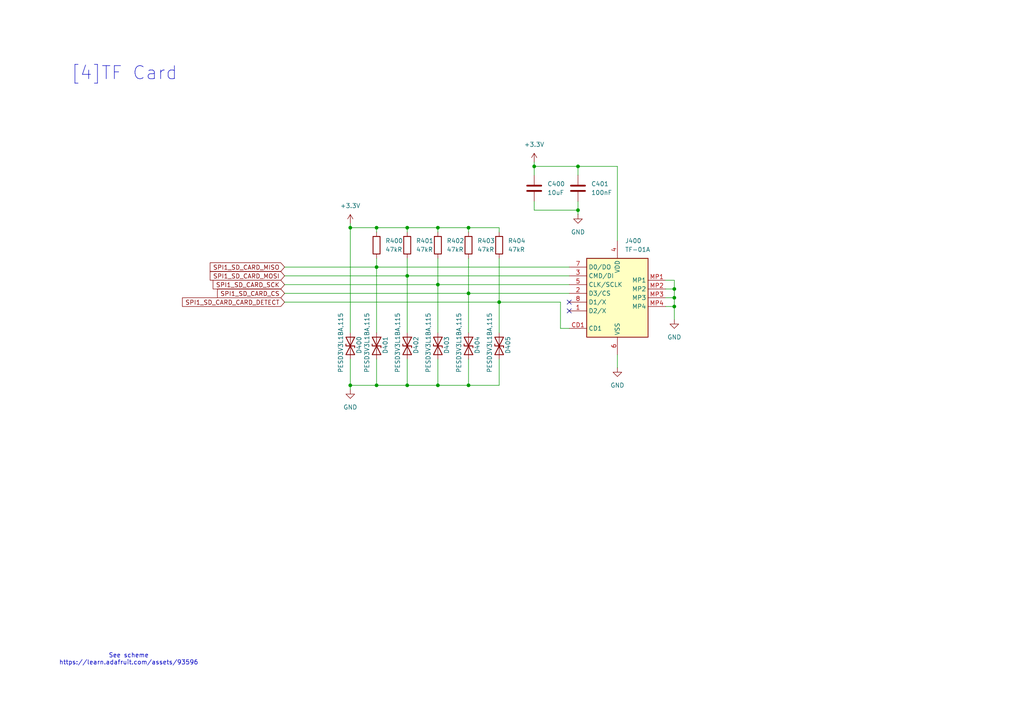
<source format=kicad_sch>
(kicad_sch (version 20231120) (generator "eeschema") (generator_version "8.0")
  (paper "A4")
  (lib_symbols
    (symbol "Device:C" (pin_numbers hide) (pin_names (offset 0.254))
      (property "Reference" "C" (at 0.635 2.54 0))
      (property "Value" "C" (at 0.635 -2.54 0))
      (symbol "C_0_1"
        (polyline (pts (xy -2.032 -0.762) (xy 2.032 -0.762)) (stroke (width 0.508)))
        (polyline (pts (xy -2.032 0.762) (xy 2.032 0.762)) (stroke (width 0.508)))
      )
      (symbol "C_1_1"
        (pin passive line (at 0 3.81 270) (length 2.794) (name "~") (number "1"))
        (pin passive line (at 0 -3.81 90) (length 2.794) (name "~") (number "2"))
      )
    )
    (symbol "Device:D_TVS" (pin_numbers hide) (pin_names (offset 1.016) hide)
      (property "Reference" "D" (at 0 2.54 0))
      (property "Value" "D_TVS" (at 0 -2.54 0))
      (symbol "D_TVS_0_1"
        (polyline (pts (xy 1.27 0) (xy -1.27 0)))
        (polyline (pts (xy 0.508 1.27) (xy 0 1.27) (xy 0 -1.27) (xy -0.508 -1.27)) (stroke (width 0.254)))
        (polyline (pts (xy -2.54 1.27) (xy -2.54 -1.27) (xy 2.54 1.27) (xy 2.54 -1.27) (xy -2.54 1.27)) (stroke (width 0.254)))
      )
      (symbol "D_TVS_1_1"
        (pin passive line (at -3.81 0 0) (length 2.54) (name "A1") (number "1"))
        (pin passive line (at 3.81 0 180) (length 2.54) (name "A2") (number "2"))
      )
    )
    (symbol "Device:R" (pin_numbers hide) (pin_names (offset 0))
      (property "Reference" "R" (at 2.032 0 90))
      (property "Value" "R" (at 0 0 90))
      (symbol "R_0_1"
        (rectangle (start -1.016 -2.54) (end 1.016 2.54) (stroke (width 0.254)))
      )
      (symbol "R_1_1"
        (pin passive line (at 0 3.81 270) (length 1.27) (name "~") (number "1"))
        (pin passive line (at 0 -3.81 90) (length 1.27) (name "~") (number "2"))
      )
    )
    (symbol "GND_1" (power) (pin_numbers hide) (pin_names (offset 0) hide)
      (property "Value" "GND" (at 0 -3.81 0))
      (symbol "GND_1_0_1"
        (polyline (pts (xy 0 0) (xy 0 -1.27) (xy 1.27 -1.27) (xy 0 -2.54) (xy -1.27 -1.27) (xy 0 -1.27)))
      )
      (symbol "GND_1_1_1"
        (pin power_in line (at 0 0 270) (length 0) (name "~") (number "1"))
      )
    )
    (symbol "GND_2" (power) (pin_numbers hide) (pin_names (offset 0) hide)
      (property "Value" "GND" (at 0 -3.81 0))
      (symbol "GND_2_0_1"
        (polyline (pts (xy 0 0) (xy 0 -1.27) (xy 1.27 -1.27) (xy 0 -2.54) (xy -1.27 -1.27) (xy 0 -1.27)))
      )
      (symbol "GND_2_1_1"
        (pin power_in line (at 0 0 270) (length 0) (name "~") (number "1"))
      )
    )
    (symbol "GND_3" (power) (pin_numbers hide) (pin_names (offset 0) hide)
      (property "Value" "GND" (at 0 -3.81 0))
      (symbol "GND_3_0_1"
        (polyline (pts (xy 0 0) (xy 0 -1.27) (xy 1.27 -1.27) (xy 0 -2.54) (xy -1.27 -1.27) (xy 0 -1.27)))
      )
      (symbol "GND_3_1_1"
        (pin power_in line (at 0 0 270) (length 0) (name "~") (number "1"))
      )
    )
    (symbol "power:+3.3V" (power) (pin_numbers hide) (pin_names (offset 0) hide)
      (property "Value" "+3.3V" (at 0 3.556 0))
      (symbol "+3.3V_0_1"
        (polyline (pts (xy -0.762 1.27) (xy 0 2.54)))
        (polyline (pts (xy 0 0) (xy 0 2.54)))
        (polyline (pts (xy 0 2.54) (xy 0.762 1.27)))
      )
      (symbol "+3.3V_1_1"
        (pin power_in line (at 0 0 90) (length 0) (name "~") (number "1"))
      )
    )
    (symbol "power:GND" (power) (pin_numbers hide) (pin_names (offset 0) hide)
      (property "Value" "GND" (at 0 -3.81 0))
      (symbol "GND_0_1"
        (polyline (pts (xy 0 0) (xy 0 -1.27) (xy 1.27 -1.27) (xy 0 -2.54) (xy -1.27 -1.27) (xy 0 -1.27)))
      )
      (symbol "GND_1_1"
        (pin power_in line (at 0 0 270) (length 0) (name "~") (number "1"))
      )
    )
    (symbol "rpi_pico_media_board:TF-01A"
      (property "Reference" "J" (at 11.684 5.334 0))
      (property "Value" "TF-01A" (at 11.684 2.794 0))
      (symbol "TF-01A_1_1"
        (rectangle (start 0 0) (end 17.78 -22.86) (stroke (width 0.254)) (fill (type background)))
        (pin passive line (at -5.08 -15.24 0) (length 5.08) (name "D2/X") (number "1"))
        (pin passive line (at -5.08 -10.16 0) (length 5.08) (name "D3/CS") (number "2"))
        (pin passive line (at -5.08 -5.08 0) (length 5.08) (name "CMD/DI") (number "3"))
        (pin passive line (at 8.89 5.08 270) (length 5.08) (name "VDD") (number "4"))
        (pin passive line (at -5.08 -7.62 0) (length 5.08) (name "CLK/SCLK") (number "5"))
        (pin passive line (at 8.89 -27.94 90) (length 5.08) (name "VSS") (number "6"))
        (pin passive line (at -5.08 -2.54 0) (length 5.08) (name "D0/DO") (number "7"))
        (pin passive line (at -5.08 -12.7 0) (length 5.08) (name "D1/X") (number "8"))
        (pin passive line (at -5.08 -20.32 0) (length 5.08) (name "CD1") (number "CD1"))
        (pin passive line (at 22.86 -6.35 180) (length 5.08) (name "MP1") (number "MP1"))
        (pin passive line (at 22.86 -8.89 180) (length 5.08) (name "MP2") (number "MP2"))
        (pin passive line (at 22.86 -11.43 180) (length 5.08) (name "MP3") (number "MP3"))
        (pin passive line (at 22.86 -13.97 180) (length 5.08) (name "MP4") (number "MP4"))
      )
    )
  )
  (junction (at 135.89 111.76))
  (junction (at 127 111.76))
  (junction (at 118.11 66.04))
  (junction (at 127 82.55))
  (junction (at 195.58 86.36))
  (junction (at 195.58 88.9))
  (junction (at 109.22 111.76))
  (junction (at 109.22 77.47))
  (junction (at 135.89 66.04))
  (junction (at 154.94 48.26))
  (junction (at 195.58 83.82))
  (junction (at 118.11 111.76))
  (junction (at 127 66.04))
  (junction (at 135.89 85.09))
  (junction (at 167.64 60.96))
  (junction (at 167.64 48.26))
  (junction (at 109.22 66.04))
  (junction (at 101.6 111.76))
  (junction (at 101.6 66.04))
  (junction (at 118.11 80.01))
  (junction (at 144.78 87.63))
  (no_connect (at 165.1 87.63))
  (no_connect (at 165.1 90.17))
  (wire (pts (xy 109.22 111.76) (xy 101.6 111.76)))
  (wire (pts (xy 162.56 95.25) (xy 162.56 87.63)))
  (wire (pts (xy 135.89 66.04) (xy 135.89 67.31)))
  (wire (pts (xy 154.94 48.26) (xy 154.94 50.8)))
  (wire (pts (xy 144.78 111.76) (xy 135.89 111.76)))
  (wire (pts (xy 101.6 104.14) (xy 101.6 111.76)))
  (wire (pts (xy 82.55 82.55) (xy 127 82.55)))
  (wire (pts (xy 135.89 104.14) (xy 135.89 111.76)))
  (wire (pts (xy 101.6 64.77) (xy 101.6 66.04)))
  (wire (pts (xy 109.22 77.47) (xy 165.1 77.47)))
  (wire (pts (xy 144.78 87.63) (xy 144.78 96.52)))
  (wire (pts (xy 195.58 86.36) (xy 195.58 88.9)))
  (wire (pts (xy 118.11 66.04) (xy 127 66.04)))
  (wire (pts (xy 109.22 66.04) (xy 118.11 66.04)))
  (wire (pts (xy 179.07 48.26) (xy 179.07 69.85)))
  (wire (pts (xy 167.64 48.26) (xy 179.07 48.26)))
  (wire (pts (xy 167.64 60.96) (xy 167.64 58.42)))
  (wire (pts (xy 144.78 104.14) (xy 144.78 111.76)))
  (wire (pts (xy 101.6 66.04) (xy 109.22 66.04)))
  (wire (pts (xy 82.55 85.09) (xy 135.89 85.09)))
  (wire (pts (xy 154.94 48.26) (xy 167.64 48.26)))
  (wire (pts (xy 118.11 74.93) (xy 118.11 80.01)))
  (wire (pts (xy 167.64 48.26) (xy 167.64 50.8)))
  (wire (pts (xy 109.22 104.14) (xy 109.22 111.76)))
  (wire (pts (xy 135.89 111.76) (xy 127 111.76)))
  (wire (pts (xy 144.78 74.93) (xy 144.78 87.63)))
  (wire (pts (xy 193.04 81.28) (xy 195.58 81.28)))
  (wire (pts (xy 167.64 60.96) (xy 167.64 62.23)))
  (wire (pts (xy 154.94 58.42) (xy 154.94 60.96)))
  (wire (pts (xy 101.6 66.04) (xy 101.6 96.52)))
  (wire (pts (xy 118.11 66.04) (xy 118.11 67.31)))
  (wire (pts (xy 135.89 85.09) (xy 165.1 85.09)))
  (wire (pts (xy 135.89 85.09) (xy 135.89 96.52)))
  (wire (pts (xy 127 82.55) (xy 165.1 82.55)))
  (wire (pts (xy 193.04 86.36) (xy 195.58 86.36)))
  (wire (pts (xy 135.89 66.04) (xy 144.78 66.04)))
  (wire (pts (xy 118.11 80.01) (xy 118.11 96.52)))
  (wire (pts (xy 82.55 80.01) (xy 118.11 80.01)))
  (wire (pts (xy 127 82.55) (xy 127 96.52)))
  (wire (pts (xy 154.94 46.99) (xy 154.94 48.26)))
  (wire (pts (xy 118.11 111.76) (xy 109.22 111.76)))
  (wire (pts (xy 118.11 80.01) (xy 165.1 80.01)))
  (wire (pts (xy 82.55 87.63) (xy 144.78 87.63)))
  (wire (pts (xy 195.58 83.82) (xy 195.58 86.36)))
  (wire (pts (xy 193.04 83.82) (xy 195.58 83.82)))
  (wire (pts (xy 193.04 88.9) (xy 195.58 88.9)))
  (wire (pts (xy 127 74.93) (xy 127 82.55)))
  (wire (pts (xy 195.58 81.28) (xy 195.58 83.82)))
  (wire (pts (xy 101.6 111.76) (xy 101.6 113.03)))
  (wire (pts (xy 165.1 95.25) (xy 162.56 95.25)))
  (wire (pts (xy 154.94 60.96) (xy 167.64 60.96)))
  (wire (pts (xy 127 111.76) (xy 118.11 111.76)))
  (wire (pts (xy 127 104.14) (xy 127 111.76)))
  (wire (pts (xy 109.22 74.93) (xy 109.22 77.47)))
  (wire (pts (xy 127 66.04) (xy 135.89 66.04)))
  (wire (pts (xy 118.11 104.14) (xy 118.11 111.76)))
  (wire (pts (xy 127 66.04) (xy 127 67.31)))
  (wire (pts (xy 179.07 102.87) (xy 179.07 106.68)))
  (wire (pts (xy 109.22 66.04) (xy 109.22 67.31)))
  (wire (pts (xy 82.55 77.47) (xy 109.22 77.47)))
  (wire (pts (xy 195.58 88.9) (xy 195.58 92.71)))
  (wire (pts (xy 144.78 87.63) (xy 162.56 87.63)))
  (wire (pts (xy 135.89 74.93) (xy 135.89 85.09)))
  (wire (pts (xy 144.78 66.04) (xy 144.78 67.31)))
  (wire (pts (xy 109.22 77.47) (xy 109.22 96.52)))
  (text "See scheme\nhttps://learn.adafruit.com/assets/93596" (at 37.338 191.262 0) (effects (font (size 1.27 1.27))))
  (text "[4]TF Card" (at 36.068 21.336 0) (effects (font (size 3.81 3.81))))
  (global_label "SPI1_SD_CARD_MOSI" (shape input) (at 82.55 80.01 180) (property "Intersheetrefs" "${INTERSHEET_REFS}" (effects (hide yes))))
  (global_label "SPI1_SD_CARD_SCK" (shape input) (at 82.55 82.55 180) (property "Intersheetrefs" "${INTERSHEET_REFS}" (effects (hide yes))))
  (global_label "SPI1_SD_CARD_CARD_DETECT" (shape input) (at 82.55 87.63 180) (property "Intersheetrefs" "${INTERSHEET_REFS}" (effects (hide yes))))
  (global_label "SPI1_SD_CARD_MISO" (shape input) (at 82.55 77.47 180) (property "Intersheetrefs" "${INTERSHEET_REFS}" (effects (hide yes))))
  (global_label "SPI1_SD_CARD_CS" (shape input) (at 82.55 85.09 180) (property "Intersheetrefs" "${INTERSHEET_REFS}" (effects (hide yes))))
  (symbol (lib_name "GND_1") (lib_id "power:GND") (at 167.64 62.23 0) (unit 1)
    (property "Reference" "#PWR37" (effects (hide yes)))
    (property "Value" "GND" (at 167.64 67.31 0))
    (property "Description" "Power symbol creates a global label with name \"GND\" , ground" (effects (hide yes)))
  )
  (symbol (lib_name "GND_3") (lib_id "power:GND") (at 179.07 106.68 0) (unit 1)
    (property "Reference" "#PWR38" (effects (hide yes)))
    (property "Value" "GND" (at 179.07 111.76 0))
    (property "Description" "Power symbol creates a global label with name \"GND\" , ground" (effects (hide yes)))
  )
  (symbol (lib_id "power:+3.3V") (at 154.94 46.99 0) (unit 1)
    (property "Reference" "#PWR36" (effects (hide yes)))
    (property "Value" "+3.3V" (at 154.94 41.91 0))
    (property "Description" "Power symbol creates a global label with name \"+3.3V\"" (effects (hide yes)))
  )
  (symbol (lib_name "GND_2") (lib_id "power:GND") (at 195.58 92.71 0) (unit 1)
    (property "Reference" "#PWR39" (effects (hide yes)))
    (property "Value" "GND" (at 195.58 97.79 0))
    (property "Description" "Power symbol creates a global label with name \"GND\" , ground" (effects (hide yes)))
  )
  (symbol (lib_id "Device:D_TVS") (at 144.78 100.33 270) (unit 1)
    (property "Reference" "D405" (at 147.32 97.536 0) (effects (justify left)))
    (property "Value" "PESD3V3L1BA,115" (at 141.986 90.678 0) (effects (justify left)))
    (property "Footprint" "Diode_SMD:D_SOD-323" (effects (hide yes)))
    (property "Manufacturer" "Nexperia" (effects (hide yes)))
    (property "Manufacturer Part Number" "PESD3V3L1BA,115" (effects (hide yes)))
  )
  (symbol (lib_id "Device:D_TVS") (at 101.6 100.33 270) (unit 1)
    (property "Reference" "D400" (at 104.14 97.536 0) (effects (justify left)))
    (property "Value" "PESD3V3L1BA,115" (at 98.806 90.678 0) (effects (justify left)))
    (property "Footprint" "Diode_SMD:D_SOD-323" (effects (hide yes)))
    (property "Manufacturer" "Nexperia" (effects (hide yes)))
    (property "Manufacturer Part Number" "PESD3V3L1BA,115" (effects (hide yes)))
  )
  (symbol (lib_id "Device:R") (at 118.11 71.12 0) (unit 1)
    (property "Reference" "R401" (at 120.65 69.8499 0) (effects (justify left)))
    (property "Value" "47kR" (at 120.65 72.3899 0) (effects (justify left)))
    (property "Footprint" "Resistor_SMD:R_0603_1608Metric" (effects (hide yes)))
    (property "Description" "Resistor" (effects (hide yes)))
    (property "Manufacturer" "UNI-ROYAL(Uniroyal Elec)" (effects (hide yes)))
    (property "Manufacturer Part Number" "0603WAJ0473T5E" (effects (hide yes)))
  )
  (symbol (lib_id "Device:D_TVS") (at 135.89 100.33 270) (unit 1)
    (property "Reference" "D404" (at 138.43 97.536 0) (effects (justify left)))
    (property "Value" "PESD3V3L1BA,115" (at 133.096 90.678 0) (effects (justify left)))
    (property "Footprint" "Diode_SMD:D_SOD-323" (effects (hide yes)))
    (property "Manufacturer" "Nexperia" (effects (hide yes)))
    (property "Manufacturer Part Number" "PESD3V3L1BA,115" (effects (hide yes)))
  )
  (symbol (lib_id "Device:C") (at 167.64 54.61 0) (unit 1)
    (property "Reference" "C401" (at 171.45 53.3399 0) (effects (justify left)))
    (property "Value" "100nF" (at 171.45 55.8799 0) (effects (justify left)))
    (property "Footprint" "Capacitor_SMD:C_0603_1608Metric" (effects (hide yes)))
    (property "Description" "Unpolarized capacitor" (effects (hide yes)))
    (property "Manufacturer" "Samsung Electro-Mechanics" (effects (hide yes)))
    (property "Manufacturer Part Number" "CL10B104KB8NNNC" (effects (hide yes)))
  )
  (symbol (lib_id "Device:D_TVS") (at 127 100.33 270) (unit 1)
    (property "Reference" "D403" (at 129.54 97.536 0) (effects (justify left)))
    (property "Value" "PESD3V3L1BA,115" (at 124.206 90.678 0) (effects (justify left)))
    (property "Footprint" "Diode_SMD:D_SOD-323" (effects (hide yes)))
    (property "Manufacturer" "Nexperia" (effects (hide yes)))
    (property "Manufacturer Part Number" "PESD3V3L1BA,115" (effects (hide yes)))
  )
  (symbol (lib_id "rpi_pico_media_board:TF-01A") (at 170.18 74.93 0) (unit 1)
    (property "Reference" "J400" (at 181.2641 69.85 0) (effects (justify left)))
    (property "Value" "TF-01A" (at 181.2641 72.39 0) (effects (justify left)))
    (property "Footprint" "rpi_pico_media_board:TF01A" (effects (hide yes)))
    (property "Datasheet" "https://datasheet.lcsc.com/szlcsc/1903221101_Korean-Hroparts-Elec-TF-01A_C91145.pdf" (effects (hide yes)))
    (property "Description" "Connector - Card Sockets 8 1.1mm SMD RoHS" (effects (hide yes)))
    (property "Height" "1.85" (effects (hide yes)))
    (property "Manufacturer" "Korean Hroparts Elec" (effects (hide yes)))
    (property "Manufacturer Part Number" "TF-01A" (effects (hide yes)))
  )
  (symbol (lib_id "power:+3.3V") (at 101.6 64.77 0) (unit 1)
    (property "Reference" "#PWR34" (effects (hide yes)))
    (property "Value" "+3.3V" (at 101.6 59.69 0))
    (property "Description" "Power symbol creates a global label with name \"+3.3V\"" (effects (hide yes)))
  )
  (symbol (lib_id "Device:D_TVS") (at 118.11 100.33 270) (unit 1)
    (property "Reference" "D402" (at 120.65 97.536 0) (effects (justify left)))
    (property "Value" "PESD3V3L1BA,115" (at 115.316 90.678 0) (effects (justify left)))
    (property "Footprint" "Diode_SMD:D_SOD-323" (effects (hide yes)))
    (property "Manufacturer" "Nexperia" (effects (hide yes)))
    (property "Manufacturer Part Number" "PESD3V3L1BA,115" (effects (hide yes)))
  )
  (symbol (lib_id "Device:R") (at 109.22 71.12 0) (unit 1)
    (property "Reference" "R400" (at 111.76 69.8499 0) (effects (justify left)))
    (property "Value" "47kR" (at 111.76 72.3899 0) (effects (justify left)))
    (property "Footprint" "Resistor_SMD:R_0603_1608Metric" (effects (hide yes)))
    (property "Description" "Resistor" (effects (hide yes)))
    (property "Manufacturer" "UNI-ROYAL(Uniroyal Elec)" (effects (hide yes)))
    (property "Manufacturer Part Number" "0603WAJ0473T5E" (effects (hide yes)))
  )
  (symbol (lib_id "power:GND") (at 101.6 113.03 0) (unit 1)
    (property "Reference" "#PWR35" (effects (hide yes)))
    (property "Value" "GND" (at 101.6 118.11 0))
    (property "Description" "Power symbol creates a global label with name \"GND\" , ground" (effects (hide yes)))
  )
  (symbol (lib_id "Device:R") (at 127 71.12 0) (unit 1)
    (property "Reference" "R402" (at 129.54 69.8499 0) (effects (justify left)))
    (property "Value" "47kR" (at 129.54 72.3899 0) (effects (justify left)))
    (property "Footprint" "Resistor_SMD:R_0603_1608Metric" (effects (hide yes)))
    (property "Description" "Resistor" (effects (hide yes)))
    (property "Manufacturer" "UNI-ROYAL(Uniroyal Elec)" (effects (hide yes)))
    (property "Manufacturer Part Number" "0603WAJ0473T5E" (effects (hide yes)))
  )
  (symbol (lib_id "Device:R") (at 135.89 71.12 0) (unit 1)
    (property "Reference" "R403" (at 138.43 69.8499 0) (effects (justify left)))
    (property "Value" "47kR" (at 138.43 72.3899 0) (effects (justify left)))
    (property "Footprint" "Resistor_SMD:R_0603_1608Metric" (effects (hide yes)))
    (property "Description" "Resistor" (effects (hide yes)))
    (property "Manufacturer" "UNI-ROYAL(Uniroyal Elec)" (effects (hide yes)))
    (property "Manufacturer Part Number" "0603WAJ0473T5E" (effects (hide yes)))
  )
  (symbol (lib_id "Device:R") (at 144.78 71.12 0) (unit 1)
    (property "Reference" "R404" (at 147.32 69.8499 0) (effects (justify left)))
    (property "Value" "47kR" (at 147.32 72.3899 0) (effects (justify left)))
    (property "Footprint" "Resistor_SMD:R_0603_1608Metric" (effects (hide yes)))
    (property "Description" "Resistor" (effects (hide yes)))
    (property "Manufacturer" "UNI-ROYAL(Uniroyal Elec)" (effects (hide yes)))
    (property "Manufacturer Part Number" "0603WAJ0473T5E" (effects (hide yes)))
  )
  (symbol (lib_id "Device:D_TVS") (at 109.22 100.33 270) (unit 1)
    (property "Reference" "D401" (at 111.76 97.536 0) (effects (justify left)))
    (property "Value" "PESD3V3L1BA,115" (at 106.426 90.678 0) (effects (justify left)))
    (property "Footprint" "Diode_SMD:D_SOD-323" (effects (hide yes)))
    (property "Manufacturer" "Nexperia" (effects (hide yes)))
    (property "Manufacturer Part Number" "PESD3V3L1BA,115" (effects (hide yes)))
  )
  (symbol (lib_id "Device:C") (at 154.94 54.61 0) (unit 1)
    (property "Reference" "C400" (at 158.75 53.3399 0) (effects (justify left)))
    (property "Value" "10uF" (at 158.75 55.8799 0) (effects (justify left)))
    (property "Footprint" "Capacitor_SMD:C_0603_1608Metric" (effects (hide yes)))
    (property "Description" "Unpolarized capacitor" (effects (hide yes)))
    (property "Manufacturer" "Samsung Electro-Mechanics" (effects (hide yes)))
    (property "Manufacturer Part Number" "CL10A106KP8NNNC" (effects (hide yes)))
  )
)
</source>
